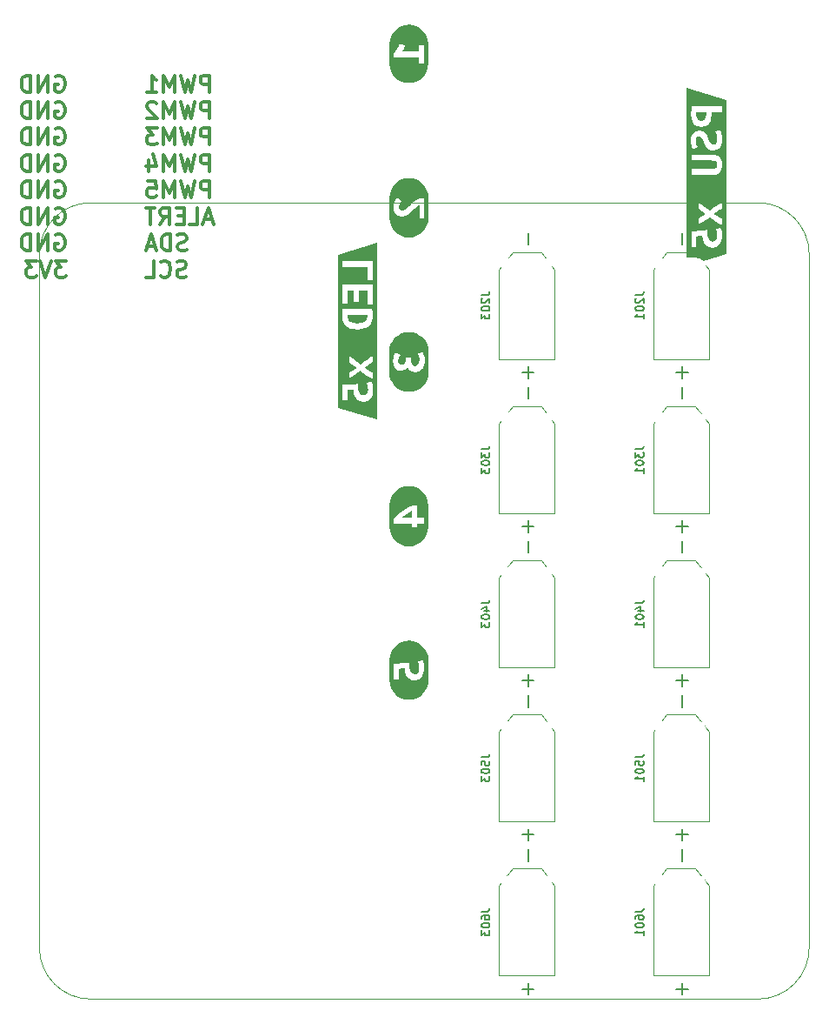
<source format=gbr>
G04 #@! TF.GenerationSoftware,KiCad,Pcbnew,6.0.10+dfsg-1~bpo11+1*
G04 #@! TF.ProjectId,pwr,7077722e-6b69-4636-9164-5f7063625858,rev?*
G04 #@! TF.SameCoordinates,Original*
G04 #@! TF.FileFunction,Legend,Bot*
G04 #@! TF.FilePolarity,Positive*
%FSLAX46Y46*%
G04 Gerber Fmt 4.6, Leading zero omitted, Abs format (unit mm)*
%MOMM*%
%LPD*%
G01*
G04 APERTURE LIST*
G04 #@! TA.AperFunction,Profile*
%ADD10C,0.100000*%
G04 #@! TD*
%ADD11C,0.300000*%
%ADD12C,0.150000*%
%ADD13C,0.120000*%
%ADD14C,0.700000*%
%ADD15C,0.800000*%
%ADD16C,6.400000*%
%ADD17C,3.000000*%
%ADD18C,1.700000*%
G04 APERTURE END LIST*
D10*
X184000000Y-60000000D02*
G75*
G03*
X179000000Y-55000000I-5000000J0D01*
G01*
X179000000Y-132500000D02*
G75*
G03*
X184000000Y-127500000I0J5000000D01*
G01*
X109000000Y-127500000D02*
X109000000Y-60000000D01*
X179000000Y-132500000D02*
X114000000Y-132500000D01*
X114000000Y-55000000D02*
G75*
G03*
X109000000Y-60000000I0J-5000000D01*
G01*
X184000000Y-60000000D02*
X184000000Y-127500000D01*
X109000000Y-127500000D02*
G75*
G03*
X114000000Y-132500000I5000000J0D01*
G01*
X114000000Y-55000000D02*
X179000000Y-55000000D01*
D11*
X110585952Y-42684000D02*
X110738333Y-42607809D01*
X110966904Y-42607809D01*
X111195476Y-42684000D01*
X111347857Y-42836380D01*
X111424047Y-42988761D01*
X111500238Y-43293523D01*
X111500238Y-43522095D01*
X111424047Y-43826857D01*
X111347857Y-43979238D01*
X111195476Y-44131619D01*
X110966904Y-44207809D01*
X110814523Y-44207809D01*
X110585952Y-44131619D01*
X110509761Y-44055428D01*
X110509761Y-43522095D01*
X110814523Y-43522095D01*
X109824047Y-44207809D02*
X109824047Y-42607809D01*
X108909761Y-44207809D01*
X108909761Y-42607809D01*
X108147857Y-44207809D02*
X108147857Y-42607809D01*
X107766904Y-42607809D01*
X107538333Y-42684000D01*
X107385952Y-42836380D01*
X107309761Y-42988761D01*
X107233571Y-43293523D01*
X107233571Y-43522095D01*
X107309761Y-43826857D01*
X107385952Y-43979238D01*
X107538333Y-44131619D01*
X107766904Y-44207809D01*
X108147857Y-44207809D01*
X110585952Y-45260000D02*
X110738333Y-45183809D01*
X110966904Y-45183809D01*
X111195476Y-45260000D01*
X111347857Y-45412380D01*
X111424047Y-45564761D01*
X111500238Y-45869523D01*
X111500238Y-46098095D01*
X111424047Y-46402857D01*
X111347857Y-46555238D01*
X111195476Y-46707619D01*
X110966904Y-46783809D01*
X110814523Y-46783809D01*
X110585952Y-46707619D01*
X110509761Y-46631428D01*
X110509761Y-46098095D01*
X110814523Y-46098095D01*
X109824047Y-46783809D02*
X109824047Y-45183809D01*
X108909761Y-46783809D01*
X108909761Y-45183809D01*
X108147857Y-46783809D02*
X108147857Y-45183809D01*
X107766904Y-45183809D01*
X107538333Y-45260000D01*
X107385952Y-45412380D01*
X107309761Y-45564761D01*
X107233571Y-45869523D01*
X107233571Y-46098095D01*
X107309761Y-46402857D01*
X107385952Y-46555238D01*
X107538333Y-46707619D01*
X107766904Y-46783809D01*
X108147857Y-46783809D01*
X110585952Y-47836000D02*
X110738333Y-47759809D01*
X110966904Y-47759809D01*
X111195476Y-47836000D01*
X111347857Y-47988380D01*
X111424047Y-48140761D01*
X111500238Y-48445523D01*
X111500238Y-48674095D01*
X111424047Y-48978857D01*
X111347857Y-49131238D01*
X111195476Y-49283619D01*
X110966904Y-49359809D01*
X110814523Y-49359809D01*
X110585952Y-49283619D01*
X110509761Y-49207428D01*
X110509761Y-48674095D01*
X110814523Y-48674095D01*
X109824047Y-49359809D02*
X109824047Y-47759809D01*
X108909761Y-49359809D01*
X108909761Y-47759809D01*
X108147857Y-49359809D02*
X108147857Y-47759809D01*
X107766904Y-47759809D01*
X107538333Y-47836000D01*
X107385952Y-47988380D01*
X107309761Y-48140761D01*
X107233571Y-48445523D01*
X107233571Y-48674095D01*
X107309761Y-48978857D01*
X107385952Y-49131238D01*
X107538333Y-49283619D01*
X107766904Y-49359809D01*
X108147857Y-49359809D01*
X110585952Y-50412000D02*
X110738333Y-50335809D01*
X110966904Y-50335809D01*
X111195476Y-50412000D01*
X111347857Y-50564380D01*
X111424047Y-50716761D01*
X111500238Y-51021523D01*
X111500238Y-51250095D01*
X111424047Y-51554857D01*
X111347857Y-51707238D01*
X111195476Y-51859619D01*
X110966904Y-51935809D01*
X110814523Y-51935809D01*
X110585952Y-51859619D01*
X110509761Y-51783428D01*
X110509761Y-51250095D01*
X110814523Y-51250095D01*
X109824047Y-51935809D02*
X109824047Y-50335809D01*
X108909761Y-51935809D01*
X108909761Y-50335809D01*
X108147857Y-51935809D02*
X108147857Y-50335809D01*
X107766904Y-50335809D01*
X107538333Y-50412000D01*
X107385952Y-50564380D01*
X107309761Y-50716761D01*
X107233571Y-51021523D01*
X107233571Y-51250095D01*
X107309761Y-51554857D01*
X107385952Y-51707238D01*
X107538333Y-51859619D01*
X107766904Y-51935809D01*
X108147857Y-51935809D01*
X110585952Y-52988000D02*
X110738333Y-52911809D01*
X110966904Y-52911809D01*
X111195476Y-52988000D01*
X111347857Y-53140380D01*
X111424047Y-53292761D01*
X111500238Y-53597523D01*
X111500238Y-53826095D01*
X111424047Y-54130857D01*
X111347857Y-54283238D01*
X111195476Y-54435619D01*
X110966904Y-54511809D01*
X110814523Y-54511809D01*
X110585952Y-54435619D01*
X110509761Y-54359428D01*
X110509761Y-53826095D01*
X110814523Y-53826095D01*
X109824047Y-54511809D02*
X109824047Y-52911809D01*
X108909761Y-54511809D01*
X108909761Y-52911809D01*
X108147857Y-54511809D02*
X108147857Y-52911809D01*
X107766904Y-52911809D01*
X107538333Y-52988000D01*
X107385952Y-53140380D01*
X107309761Y-53292761D01*
X107233571Y-53597523D01*
X107233571Y-53826095D01*
X107309761Y-54130857D01*
X107385952Y-54283238D01*
X107538333Y-54435619D01*
X107766904Y-54511809D01*
X108147857Y-54511809D01*
X110585952Y-55564000D02*
X110738333Y-55487809D01*
X110966904Y-55487809D01*
X111195476Y-55564000D01*
X111347857Y-55716380D01*
X111424047Y-55868761D01*
X111500238Y-56173523D01*
X111500238Y-56402095D01*
X111424047Y-56706857D01*
X111347857Y-56859238D01*
X111195476Y-57011619D01*
X110966904Y-57087809D01*
X110814523Y-57087809D01*
X110585952Y-57011619D01*
X110509761Y-56935428D01*
X110509761Y-56402095D01*
X110814523Y-56402095D01*
X109824047Y-57087809D02*
X109824047Y-55487809D01*
X108909761Y-57087809D01*
X108909761Y-55487809D01*
X108147857Y-57087809D02*
X108147857Y-55487809D01*
X107766904Y-55487809D01*
X107538333Y-55564000D01*
X107385952Y-55716380D01*
X107309761Y-55868761D01*
X107233571Y-56173523D01*
X107233571Y-56402095D01*
X107309761Y-56706857D01*
X107385952Y-56859238D01*
X107538333Y-57011619D01*
X107766904Y-57087809D01*
X108147857Y-57087809D01*
X110585952Y-58140000D02*
X110738333Y-58063809D01*
X110966904Y-58063809D01*
X111195476Y-58140000D01*
X111347857Y-58292380D01*
X111424047Y-58444761D01*
X111500238Y-58749523D01*
X111500238Y-58978095D01*
X111424047Y-59282857D01*
X111347857Y-59435238D01*
X111195476Y-59587619D01*
X110966904Y-59663809D01*
X110814523Y-59663809D01*
X110585952Y-59587619D01*
X110509761Y-59511428D01*
X110509761Y-58978095D01*
X110814523Y-58978095D01*
X109824047Y-59663809D02*
X109824047Y-58063809D01*
X108909761Y-59663809D01*
X108909761Y-58063809D01*
X108147857Y-59663809D02*
X108147857Y-58063809D01*
X107766904Y-58063809D01*
X107538333Y-58140000D01*
X107385952Y-58292380D01*
X107309761Y-58444761D01*
X107233571Y-58749523D01*
X107233571Y-58978095D01*
X107309761Y-59282857D01*
X107385952Y-59435238D01*
X107538333Y-59587619D01*
X107766904Y-59663809D01*
X108147857Y-59663809D01*
X111576428Y-60639809D02*
X110585952Y-60639809D01*
X111119285Y-61249333D01*
X110890714Y-61249333D01*
X110738333Y-61325523D01*
X110662142Y-61401714D01*
X110585952Y-61554095D01*
X110585952Y-61935047D01*
X110662142Y-62087428D01*
X110738333Y-62163619D01*
X110890714Y-62239809D01*
X111347857Y-62239809D01*
X111500238Y-62163619D01*
X111576428Y-62087428D01*
X110128809Y-60639809D02*
X109595476Y-62239809D01*
X109062142Y-60639809D01*
X108681190Y-60639809D02*
X107690714Y-60639809D01*
X108224047Y-61249333D01*
X107995476Y-61249333D01*
X107843095Y-61325523D01*
X107766904Y-61401714D01*
X107690714Y-61554095D01*
X107690714Y-61935047D01*
X107766904Y-62087428D01*
X107843095Y-62163619D01*
X107995476Y-62239809D01*
X108452619Y-62239809D01*
X108605000Y-62163619D01*
X108681190Y-62087428D01*
X125595000Y-44207809D02*
X125595000Y-42607809D01*
X124985476Y-42607809D01*
X124833095Y-42684000D01*
X124756904Y-42760190D01*
X124680714Y-42912571D01*
X124680714Y-43141142D01*
X124756904Y-43293523D01*
X124833095Y-43369714D01*
X124985476Y-43445904D01*
X125595000Y-43445904D01*
X124147380Y-42607809D02*
X123766428Y-44207809D01*
X123461666Y-43064952D01*
X123156904Y-44207809D01*
X122775952Y-42607809D01*
X122166428Y-44207809D02*
X122166428Y-42607809D01*
X121633095Y-43750666D01*
X121099761Y-42607809D01*
X121099761Y-44207809D01*
X119499761Y-44207809D02*
X120414047Y-44207809D01*
X119956904Y-44207809D02*
X119956904Y-42607809D01*
X120109285Y-42836380D01*
X120261666Y-42988761D01*
X120414047Y-43064952D01*
X125595000Y-46783809D02*
X125595000Y-45183809D01*
X124985476Y-45183809D01*
X124833095Y-45260000D01*
X124756904Y-45336190D01*
X124680714Y-45488571D01*
X124680714Y-45717142D01*
X124756904Y-45869523D01*
X124833095Y-45945714D01*
X124985476Y-46021904D01*
X125595000Y-46021904D01*
X124147380Y-45183809D02*
X123766428Y-46783809D01*
X123461666Y-45640952D01*
X123156904Y-46783809D01*
X122775952Y-45183809D01*
X122166428Y-46783809D02*
X122166428Y-45183809D01*
X121633095Y-46326666D01*
X121099761Y-45183809D01*
X121099761Y-46783809D01*
X120414047Y-45336190D02*
X120337857Y-45260000D01*
X120185476Y-45183809D01*
X119804523Y-45183809D01*
X119652142Y-45260000D01*
X119575952Y-45336190D01*
X119499761Y-45488571D01*
X119499761Y-45640952D01*
X119575952Y-45869523D01*
X120490238Y-46783809D01*
X119499761Y-46783809D01*
X125595000Y-49359809D02*
X125595000Y-47759809D01*
X124985476Y-47759809D01*
X124833095Y-47836000D01*
X124756904Y-47912190D01*
X124680714Y-48064571D01*
X124680714Y-48293142D01*
X124756904Y-48445523D01*
X124833095Y-48521714D01*
X124985476Y-48597904D01*
X125595000Y-48597904D01*
X124147380Y-47759809D02*
X123766428Y-49359809D01*
X123461666Y-48216952D01*
X123156904Y-49359809D01*
X122775952Y-47759809D01*
X122166428Y-49359809D02*
X122166428Y-47759809D01*
X121633095Y-48902666D01*
X121099761Y-47759809D01*
X121099761Y-49359809D01*
X120490238Y-47759809D02*
X119499761Y-47759809D01*
X120033095Y-48369333D01*
X119804523Y-48369333D01*
X119652142Y-48445523D01*
X119575952Y-48521714D01*
X119499761Y-48674095D01*
X119499761Y-49055047D01*
X119575952Y-49207428D01*
X119652142Y-49283619D01*
X119804523Y-49359809D01*
X120261666Y-49359809D01*
X120414047Y-49283619D01*
X120490238Y-49207428D01*
X125595000Y-51935809D02*
X125595000Y-50335809D01*
X124985476Y-50335809D01*
X124833095Y-50412000D01*
X124756904Y-50488190D01*
X124680714Y-50640571D01*
X124680714Y-50869142D01*
X124756904Y-51021523D01*
X124833095Y-51097714D01*
X124985476Y-51173904D01*
X125595000Y-51173904D01*
X124147380Y-50335809D02*
X123766428Y-51935809D01*
X123461666Y-50792952D01*
X123156904Y-51935809D01*
X122775952Y-50335809D01*
X122166428Y-51935809D02*
X122166428Y-50335809D01*
X121633095Y-51478666D01*
X121099761Y-50335809D01*
X121099761Y-51935809D01*
X119652142Y-50869142D02*
X119652142Y-51935809D01*
X120033095Y-50259619D02*
X120414047Y-51402476D01*
X119423571Y-51402476D01*
X125595000Y-54511809D02*
X125595000Y-52911809D01*
X124985476Y-52911809D01*
X124833095Y-52988000D01*
X124756904Y-53064190D01*
X124680714Y-53216571D01*
X124680714Y-53445142D01*
X124756904Y-53597523D01*
X124833095Y-53673714D01*
X124985476Y-53749904D01*
X125595000Y-53749904D01*
X124147380Y-52911809D02*
X123766428Y-54511809D01*
X123461666Y-53368952D01*
X123156904Y-54511809D01*
X122775952Y-52911809D01*
X122166428Y-54511809D02*
X122166428Y-52911809D01*
X121633095Y-54054666D01*
X121099761Y-52911809D01*
X121099761Y-54511809D01*
X119575952Y-52911809D02*
X120337857Y-52911809D01*
X120414047Y-53673714D01*
X120337857Y-53597523D01*
X120185476Y-53521333D01*
X119804523Y-53521333D01*
X119652142Y-53597523D01*
X119575952Y-53673714D01*
X119499761Y-53826095D01*
X119499761Y-54207047D01*
X119575952Y-54359428D01*
X119652142Y-54435619D01*
X119804523Y-54511809D01*
X120185476Y-54511809D01*
X120337857Y-54435619D01*
X120414047Y-54359428D01*
X125823571Y-56630666D02*
X125061666Y-56630666D01*
X125975952Y-57087809D02*
X125442619Y-55487809D01*
X124909285Y-57087809D01*
X123614047Y-57087809D02*
X124375952Y-57087809D01*
X124375952Y-55487809D01*
X123080714Y-56249714D02*
X122547380Y-56249714D01*
X122318809Y-57087809D02*
X123080714Y-57087809D01*
X123080714Y-55487809D01*
X122318809Y-55487809D01*
X120718809Y-57087809D02*
X121252142Y-56325904D01*
X121633095Y-57087809D02*
X121633095Y-55487809D01*
X121023571Y-55487809D01*
X120871190Y-55564000D01*
X120795000Y-55640190D01*
X120718809Y-55792571D01*
X120718809Y-56021142D01*
X120795000Y-56173523D01*
X120871190Y-56249714D01*
X121023571Y-56325904D01*
X121633095Y-56325904D01*
X120261666Y-55487809D02*
X119347380Y-55487809D01*
X119804523Y-57087809D02*
X119804523Y-55487809D01*
X123385476Y-59587619D02*
X123156904Y-59663809D01*
X122775952Y-59663809D01*
X122623571Y-59587619D01*
X122547380Y-59511428D01*
X122471190Y-59359047D01*
X122471190Y-59206666D01*
X122547380Y-59054285D01*
X122623571Y-58978095D01*
X122775952Y-58901904D01*
X123080714Y-58825714D01*
X123233095Y-58749523D01*
X123309285Y-58673333D01*
X123385476Y-58520952D01*
X123385476Y-58368571D01*
X123309285Y-58216190D01*
X123233095Y-58140000D01*
X123080714Y-58063809D01*
X122699761Y-58063809D01*
X122471190Y-58140000D01*
X121785476Y-59663809D02*
X121785476Y-58063809D01*
X121404523Y-58063809D01*
X121175952Y-58140000D01*
X121023571Y-58292380D01*
X120947380Y-58444761D01*
X120871190Y-58749523D01*
X120871190Y-58978095D01*
X120947380Y-59282857D01*
X121023571Y-59435238D01*
X121175952Y-59587619D01*
X121404523Y-59663809D01*
X121785476Y-59663809D01*
X120261666Y-59206666D02*
X119499761Y-59206666D01*
X120414047Y-59663809D02*
X119880714Y-58063809D01*
X119347380Y-59663809D01*
X123309285Y-62163619D02*
X123080714Y-62239809D01*
X122699761Y-62239809D01*
X122547380Y-62163619D01*
X122471190Y-62087428D01*
X122395000Y-61935047D01*
X122395000Y-61782666D01*
X122471190Y-61630285D01*
X122547380Y-61554095D01*
X122699761Y-61477904D01*
X123004523Y-61401714D01*
X123156904Y-61325523D01*
X123233095Y-61249333D01*
X123309285Y-61096952D01*
X123309285Y-60944571D01*
X123233095Y-60792190D01*
X123156904Y-60716000D01*
X123004523Y-60639809D01*
X122623571Y-60639809D01*
X122395000Y-60716000D01*
X120795000Y-62087428D02*
X120871190Y-62163619D01*
X121099761Y-62239809D01*
X121252142Y-62239809D01*
X121480714Y-62163619D01*
X121633095Y-62011238D01*
X121709285Y-61858857D01*
X121785476Y-61554095D01*
X121785476Y-61325523D01*
X121709285Y-61020761D01*
X121633095Y-60868380D01*
X121480714Y-60716000D01*
X121252142Y-60639809D01*
X121099761Y-60639809D01*
X120871190Y-60716000D01*
X120795000Y-60792190D01*
X119347380Y-62239809D02*
X120109285Y-62239809D01*
X120109285Y-60639809D01*
D12*
X152061904Y-108971427D02*
X152633333Y-108971427D01*
X152747619Y-108933332D01*
X152823809Y-108857141D01*
X152861904Y-108742856D01*
X152861904Y-108666665D01*
X152061904Y-109733332D02*
X152061904Y-109352379D01*
X152442857Y-109314284D01*
X152404761Y-109352379D01*
X152366666Y-109428570D01*
X152366666Y-109619046D01*
X152404761Y-109695237D01*
X152442857Y-109733332D01*
X152519047Y-109771427D01*
X152709523Y-109771427D01*
X152785714Y-109733332D01*
X152823809Y-109695237D01*
X152861904Y-109619046D01*
X152861904Y-109428570D01*
X152823809Y-109352379D01*
X152785714Y-109314284D01*
X152061904Y-110266665D02*
X152061904Y-110342856D01*
X152100000Y-110419046D01*
X152138095Y-110457141D01*
X152214285Y-110495237D01*
X152366666Y-110533332D01*
X152557142Y-110533332D01*
X152709523Y-110495237D01*
X152785714Y-110457141D01*
X152823809Y-110419046D01*
X152861904Y-110342856D01*
X152861904Y-110266665D01*
X152823809Y-110190475D01*
X152785714Y-110152379D01*
X152709523Y-110114284D01*
X152557142Y-110076189D01*
X152366666Y-110076189D01*
X152214285Y-110114284D01*
X152138095Y-110152379D01*
X152100000Y-110190475D01*
X152061904Y-110266665D01*
X152061904Y-110799999D02*
X152061904Y-111295237D01*
X152366666Y-111028570D01*
X152366666Y-111142856D01*
X152404761Y-111219046D01*
X152442857Y-111257141D01*
X152519047Y-111295237D01*
X152709523Y-111295237D01*
X152785714Y-111257141D01*
X152823809Y-111219046D01*
X152861904Y-111142856D01*
X152861904Y-110914284D01*
X152823809Y-110838094D01*
X152785714Y-110799999D01*
X156607142Y-102928571D02*
X156607142Y-104071428D01*
X156607142Y-115928571D02*
X156607142Y-117071428D01*
X157178571Y-116500000D02*
X156035714Y-116500000D01*
X167061904Y-63971427D02*
X167633333Y-63971427D01*
X167747619Y-63933332D01*
X167823809Y-63857141D01*
X167861904Y-63742856D01*
X167861904Y-63666665D01*
X167138095Y-64314284D02*
X167100000Y-64352379D01*
X167061904Y-64428570D01*
X167061904Y-64619046D01*
X167100000Y-64695237D01*
X167138095Y-64733332D01*
X167214285Y-64771427D01*
X167290476Y-64771427D01*
X167404761Y-64733332D01*
X167861904Y-64276189D01*
X167861904Y-64771427D01*
X167061904Y-65266665D02*
X167061904Y-65342856D01*
X167100000Y-65419046D01*
X167138095Y-65457141D01*
X167214285Y-65495237D01*
X167366666Y-65533332D01*
X167557142Y-65533332D01*
X167709523Y-65495237D01*
X167785714Y-65457141D01*
X167823809Y-65419046D01*
X167861904Y-65342856D01*
X167861904Y-65266665D01*
X167823809Y-65190475D01*
X167785714Y-65152379D01*
X167709523Y-65114284D01*
X167557142Y-65076189D01*
X167366666Y-65076189D01*
X167214285Y-65114284D01*
X167138095Y-65152379D01*
X167100000Y-65190475D01*
X167061904Y-65266665D01*
X167861904Y-66295237D02*
X167861904Y-65838094D01*
X167861904Y-66066665D02*
X167061904Y-66066665D01*
X167176190Y-65990475D01*
X167252380Y-65914284D01*
X167290476Y-65838094D01*
X171607142Y-70928571D02*
X171607142Y-72071428D01*
X172178571Y-71500000D02*
X171035714Y-71500000D01*
X171607142Y-57928571D02*
X171607142Y-59071428D01*
X152061904Y-78971427D02*
X152633333Y-78971427D01*
X152747619Y-78933332D01*
X152823809Y-78857141D01*
X152861904Y-78742856D01*
X152861904Y-78666665D01*
X152061904Y-79276189D02*
X152061904Y-79771427D01*
X152366666Y-79504760D01*
X152366666Y-79619046D01*
X152404761Y-79695237D01*
X152442857Y-79733332D01*
X152519047Y-79771427D01*
X152709523Y-79771427D01*
X152785714Y-79733332D01*
X152823809Y-79695237D01*
X152861904Y-79619046D01*
X152861904Y-79390475D01*
X152823809Y-79314284D01*
X152785714Y-79276189D01*
X152061904Y-80266665D02*
X152061904Y-80342856D01*
X152100000Y-80419046D01*
X152138095Y-80457141D01*
X152214285Y-80495237D01*
X152366666Y-80533332D01*
X152557142Y-80533332D01*
X152709523Y-80495237D01*
X152785714Y-80457141D01*
X152823809Y-80419046D01*
X152861904Y-80342856D01*
X152861904Y-80266665D01*
X152823809Y-80190475D01*
X152785714Y-80152379D01*
X152709523Y-80114284D01*
X152557142Y-80076189D01*
X152366666Y-80076189D01*
X152214285Y-80114284D01*
X152138095Y-80152379D01*
X152100000Y-80190475D01*
X152061904Y-80266665D01*
X152061904Y-80799999D02*
X152061904Y-81295237D01*
X152366666Y-81028570D01*
X152366666Y-81142856D01*
X152404761Y-81219046D01*
X152442857Y-81257141D01*
X152519047Y-81295237D01*
X152709523Y-81295237D01*
X152785714Y-81257141D01*
X152823809Y-81219046D01*
X152861904Y-81142856D01*
X152861904Y-80914284D01*
X152823809Y-80838094D01*
X152785714Y-80799999D01*
X156607142Y-72928571D02*
X156607142Y-74071428D01*
X156607142Y-85928571D02*
X156607142Y-87071428D01*
X157178571Y-86500000D02*
X156035714Y-86500000D01*
X152061904Y-63971427D02*
X152633333Y-63971427D01*
X152747619Y-63933332D01*
X152823809Y-63857141D01*
X152861904Y-63742856D01*
X152861904Y-63666665D01*
X152138095Y-64314284D02*
X152100000Y-64352379D01*
X152061904Y-64428570D01*
X152061904Y-64619046D01*
X152100000Y-64695237D01*
X152138095Y-64733332D01*
X152214285Y-64771427D01*
X152290476Y-64771427D01*
X152404761Y-64733332D01*
X152861904Y-64276189D01*
X152861904Y-64771427D01*
X152061904Y-65266665D02*
X152061904Y-65342856D01*
X152100000Y-65419046D01*
X152138095Y-65457141D01*
X152214285Y-65495237D01*
X152366666Y-65533332D01*
X152557142Y-65533332D01*
X152709523Y-65495237D01*
X152785714Y-65457141D01*
X152823809Y-65419046D01*
X152861904Y-65342856D01*
X152861904Y-65266665D01*
X152823809Y-65190475D01*
X152785714Y-65152379D01*
X152709523Y-65114284D01*
X152557142Y-65076189D01*
X152366666Y-65076189D01*
X152214285Y-65114284D01*
X152138095Y-65152379D01*
X152100000Y-65190475D01*
X152061904Y-65266665D01*
X152061904Y-65799999D02*
X152061904Y-66295237D01*
X152366666Y-66028570D01*
X152366666Y-66142856D01*
X152404761Y-66219046D01*
X152442857Y-66257141D01*
X152519047Y-66295237D01*
X152709523Y-66295237D01*
X152785714Y-66257141D01*
X152823809Y-66219046D01*
X152861904Y-66142856D01*
X152861904Y-65914284D01*
X152823809Y-65838094D01*
X152785714Y-65799999D01*
X156607142Y-70928571D02*
X156607142Y-72071428D01*
X157178571Y-71500000D02*
X156035714Y-71500000D01*
X156607142Y-57928571D02*
X156607142Y-59071428D01*
X167061904Y-108971427D02*
X167633333Y-108971427D01*
X167747619Y-108933332D01*
X167823809Y-108857141D01*
X167861904Y-108742856D01*
X167861904Y-108666665D01*
X167061904Y-109733332D02*
X167061904Y-109352379D01*
X167442857Y-109314284D01*
X167404761Y-109352379D01*
X167366666Y-109428570D01*
X167366666Y-109619046D01*
X167404761Y-109695237D01*
X167442857Y-109733332D01*
X167519047Y-109771427D01*
X167709523Y-109771427D01*
X167785714Y-109733332D01*
X167823809Y-109695237D01*
X167861904Y-109619046D01*
X167861904Y-109428570D01*
X167823809Y-109352379D01*
X167785714Y-109314284D01*
X167061904Y-110266665D02*
X167061904Y-110342856D01*
X167100000Y-110419046D01*
X167138095Y-110457141D01*
X167214285Y-110495237D01*
X167366666Y-110533332D01*
X167557142Y-110533332D01*
X167709523Y-110495237D01*
X167785714Y-110457141D01*
X167823809Y-110419046D01*
X167861904Y-110342856D01*
X167861904Y-110266665D01*
X167823809Y-110190475D01*
X167785714Y-110152379D01*
X167709523Y-110114284D01*
X167557142Y-110076189D01*
X167366666Y-110076189D01*
X167214285Y-110114284D01*
X167138095Y-110152379D01*
X167100000Y-110190475D01*
X167061904Y-110266665D01*
X167861904Y-111295237D02*
X167861904Y-110838094D01*
X167861904Y-111066665D02*
X167061904Y-111066665D01*
X167176190Y-110990475D01*
X167252380Y-110914284D01*
X167290476Y-110838094D01*
X171607142Y-115928571D02*
X171607142Y-117071428D01*
X172178571Y-116500000D02*
X171035714Y-116500000D01*
X171607142Y-102928571D02*
X171607142Y-104071428D01*
X167061904Y-123971427D02*
X167633333Y-123971427D01*
X167747619Y-123933332D01*
X167823809Y-123857141D01*
X167861904Y-123742856D01*
X167861904Y-123666665D01*
X167061904Y-124695237D02*
X167061904Y-124542856D01*
X167100000Y-124466665D01*
X167138095Y-124428570D01*
X167252380Y-124352379D01*
X167404761Y-124314284D01*
X167709523Y-124314284D01*
X167785714Y-124352379D01*
X167823809Y-124390475D01*
X167861904Y-124466665D01*
X167861904Y-124619046D01*
X167823809Y-124695237D01*
X167785714Y-124733332D01*
X167709523Y-124771427D01*
X167519047Y-124771427D01*
X167442857Y-124733332D01*
X167404761Y-124695237D01*
X167366666Y-124619046D01*
X167366666Y-124466665D01*
X167404761Y-124390475D01*
X167442857Y-124352379D01*
X167519047Y-124314284D01*
X167061904Y-125266665D02*
X167061904Y-125342856D01*
X167100000Y-125419046D01*
X167138095Y-125457141D01*
X167214285Y-125495237D01*
X167366666Y-125533332D01*
X167557142Y-125533332D01*
X167709523Y-125495237D01*
X167785714Y-125457141D01*
X167823809Y-125419046D01*
X167861904Y-125342856D01*
X167861904Y-125266665D01*
X167823809Y-125190475D01*
X167785714Y-125152379D01*
X167709523Y-125114284D01*
X167557142Y-125076189D01*
X167366666Y-125076189D01*
X167214285Y-125114284D01*
X167138095Y-125152379D01*
X167100000Y-125190475D01*
X167061904Y-125266665D01*
X167861904Y-126295237D02*
X167861904Y-125838094D01*
X167861904Y-126066665D02*
X167061904Y-126066665D01*
X167176190Y-125990475D01*
X167252380Y-125914284D01*
X167290476Y-125838094D01*
X171607142Y-117928571D02*
X171607142Y-119071428D01*
X171607142Y-130928571D02*
X171607142Y-132071428D01*
X172178571Y-131500000D02*
X171035714Y-131500000D01*
X152061904Y-123971427D02*
X152633333Y-123971427D01*
X152747619Y-123933332D01*
X152823809Y-123857141D01*
X152861904Y-123742856D01*
X152861904Y-123666665D01*
X152061904Y-124695237D02*
X152061904Y-124542856D01*
X152100000Y-124466665D01*
X152138095Y-124428570D01*
X152252380Y-124352379D01*
X152404761Y-124314284D01*
X152709523Y-124314284D01*
X152785714Y-124352379D01*
X152823809Y-124390475D01*
X152861904Y-124466665D01*
X152861904Y-124619046D01*
X152823809Y-124695237D01*
X152785714Y-124733332D01*
X152709523Y-124771427D01*
X152519047Y-124771427D01*
X152442857Y-124733332D01*
X152404761Y-124695237D01*
X152366666Y-124619046D01*
X152366666Y-124466665D01*
X152404761Y-124390475D01*
X152442857Y-124352379D01*
X152519047Y-124314284D01*
X152061904Y-125266665D02*
X152061904Y-125342856D01*
X152100000Y-125419046D01*
X152138095Y-125457141D01*
X152214285Y-125495237D01*
X152366666Y-125533332D01*
X152557142Y-125533332D01*
X152709523Y-125495237D01*
X152785714Y-125457141D01*
X152823809Y-125419046D01*
X152861904Y-125342856D01*
X152861904Y-125266665D01*
X152823809Y-125190475D01*
X152785714Y-125152379D01*
X152709523Y-125114284D01*
X152557142Y-125076189D01*
X152366666Y-125076189D01*
X152214285Y-125114284D01*
X152138095Y-125152379D01*
X152100000Y-125190475D01*
X152061904Y-125266665D01*
X152061904Y-125799999D02*
X152061904Y-126295237D01*
X152366666Y-126028570D01*
X152366666Y-126142856D01*
X152404761Y-126219046D01*
X152442857Y-126257141D01*
X152519047Y-126295237D01*
X152709523Y-126295237D01*
X152785714Y-126257141D01*
X152823809Y-126219046D01*
X152861904Y-126142856D01*
X152861904Y-125914284D01*
X152823809Y-125838094D01*
X152785714Y-125799999D01*
X156607142Y-117928571D02*
X156607142Y-119071428D01*
X156607142Y-130928571D02*
X156607142Y-132071428D01*
X157178571Y-131500000D02*
X156035714Y-131500000D01*
X167061904Y-93971427D02*
X167633333Y-93971427D01*
X167747619Y-93933332D01*
X167823809Y-93857141D01*
X167861904Y-93742856D01*
X167861904Y-93666665D01*
X167328571Y-94695237D02*
X167861904Y-94695237D01*
X167023809Y-94504760D02*
X167595238Y-94314284D01*
X167595238Y-94809522D01*
X167061904Y-95266665D02*
X167061904Y-95342856D01*
X167100000Y-95419046D01*
X167138095Y-95457141D01*
X167214285Y-95495237D01*
X167366666Y-95533332D01*
X167557142Y-95533332D01*
X167709523Y-95495237D01*
X167785714Y-95457141D01*
X167823809Y-95419046D01*
X167861904Y-95342856D01*
X167861904Y-95266665D01*
X167823809Y-95190475D01*
X167785714Y-95152379D01*
X167709523Y-95114284D01*
X167557142Y-95076189D01*
X167366666Y-95076189D01*
X167214285Y-95114284D01*
X167138095Y-95152379D01*
X167100000Y-95190475D01*
X167061904Y-95266665D01*
X167861904Y-96295237D02*
X167861904Y-95838094D01*
X167861904Y-96066665D02*
X167061904Y-96066665D01*
X167176190Y-95990475D01*
X167252380Y-95914284D01*
X167290476Y-95838094D01*
X171607142Y-87928571D02*
X171607142Y-89071428D01*
X171607142Y-100928571D02*
X171607142Y-102071428D01*
X172178571Y-101500000D02*
X171035714Y-101500000D01*
X167061904Y-78971427D02*
X167633333Y-78971427D01*
X167747619Y-78933332D01*
X167823809Y-78857141D01*
X167861904Y-78742856D01*
X167861904Y-78666665D01*
X167061904Y-79276189D02*
X167061904Y-79771427D01*
X167366666Y-79504760D01*
X167366666Y-79619046D01*
X167404761Y-79695237D01*
X167442857Y-79733332D01*
X167519047Y-79771427D01*
X167709523Y-79771427D01*
X167785714Y-79733332D01*
X167823809Y-79695237D01*
X167861904Y-79619046D01*
X167861904Y-79390475D01*
X167823809Y-79314284D01*
X167785714Y-79276189D01*
X167061904Y-80266665D02*
X167061904Y-80342856D01*
X167100000Y-80419046D01*
X167138095Y-80457141D01*
X167214285Y-80495237D01*
X167366666Y-80533332D01*
X167557142Y-80533332D01*
X167709523Y-80495237D01*
X167785714Y-80457141D01*
X167823809Y-80419046D01*
X167861904Y-80342856D01*
X167861904Y-80266665D01*
X167823809Y-80190475D01*
X167785714Y-80152379D01*
X167709523Y-80114284D01*
X167557142Y-80076189D01*
X167366666Y-80076189D01*
X167214285Y-80114284D01*
X167138095Y-80152379D01*
X167100000Y-80190475D01*
X167061904Y-80266665D01*
X167861904Y-81295237D02*
X167861904Y-80838094D01*
X167861904Y-81066665D02*
X167061904Y-81066665D01*
X167176190Y-80990475D01*
X167252380Y-80914284D01*
X167290476Y-80838094D01*
X171607142Y-85928571D02*
X171607142Y-87071428D01*
X172178571Y-86500000D02*
X171035714Y-86500000D01*
X171607142Y-72928571D02*
X171607142Y-74071428D01*
X152061904Y-93971427D02*
X152633333Y-93971427D01*
X152747619Y-93933332D01*
X152823809Y-93857141D01*
X152861904Y-93742856D01*
X152861904Y-93666665D01*
X152328571Y-94695237D02*
X152861904Y-94695237D01*
X152023809Y-94504760D02*
X152595238Y-94314284D01*
X152595238Y-94809522D01*
X152061904Y-95266665D02*
X152061904Y-95342856D01*
X152100000Y-95419046D01*
X152138095Y-95457141D01*
X152214285Y-95495237D01*
X152366666Y-95533332D01*
X152557142Y-95533332D01*
X152709523Y-95495237D01*
X152785714Y-95457141D01*
X152823809Y-95419046D01*
X152861904Y-95342856D01*
X152861904Y-95266665D01*
X152823809Y-95190475D01*
X152785714Y-95152379D01*
X152709523Y-95114284D01*
X152557142Y-95076189D01*
X152366666Y-95076189D01*
X152214285Y-95114284D01*
X152138095Y-95152379D01*
X152100000Y-95190475D01*
X152061904Y-95266665D01*
X152061904Y-95799999D02*
X152061904Y-96295237D01*
X152366666Y-96028570D01*
X152366666Y-96142856D01*
X152404761Y-96219046D01*
X152442857Y-96257141D01*
X152519047Y-96295237D01*
X152709523Y-96295237D01*
X152785714Y-96257141D01*
X152823809Y-96219046D01*
X152861904Y-96142856D01*
X152861904Y-95914284D01*
X152823809Y-95838094D01*
X152785714Y-95799999D01*
X156607142Y-100928571D02*
X156607142Y-102071428D01*
X157178571Y-101500000D02*
X156035714Y-101500000D01*
X156607142Y-87928571D02*
X156607142Y-89071428D01*
G36*
X146834921Y-86932185D02*
G01*
X146728457Y-87283147D01*
X146555570Y-87606596D01*
X146322904Y-87890101D01*
X146039399Y-88122767D01*
X145715950Y-88295654D01*
X145364988Y-88402117D01*
X145000000Y-88438066D01*
X144635012Y-88402117D01*
X144284050Y-88295654D01*
X143960601Y-88122767D01*
X143677096Y-87890101D01*
X143444430Y-87606596D01*
X143271543Y-87283147D01*
X143165079Y-86932185D01*
X143129131Y-86567197D01*
X143129131Y-86247713D01*
X143526006Y-86247713D01*
X145297656Y-86247713D01*
X145297656Y-86566800D01*
X145778669Y-86566800D01*
X145778669Y-86247713D01*
X146473994Y-86247713D01*
X146473994Y-85661925D01*
X145778669Y-85661925D01*
X145778669Y-84433200D01*
X145350044Y-84433200D01*
X145151805Y-84536784D01*
X144928563Y-84666563D01*
X144689842Y-84816581D01*
X144445169Y-84980888D01*
X144199305Y-85157100D01*
X143957012Y-85342838D01*
X143729008Y-85533338D01*
X143526006Y-85723838D01*
X143526006Y-86247713D01*
X143129131Y-86247713D01*
X143129131Y-84432803D01*
X143165079Y-84067815D01*
X143271543Y-83716853D01*
X143444429Y-83393404D01*
X143677096Y-83109899D01*
X143960601Y-82877233D01*
X144284050Y-82704346D01*
X144635012Y-82597883D01*
X145000000Y-82561934D01*
X145364988Y-82597883D01*
X145715950Y-82704346D01*
X146039399Y-82877233D01*
X146322904Y-83109899D01*
X146555571Y-83393404D01*
X146728457Y-83716853D01*
X146834921Y-84067815D01*
X146870869Y-84432803D01*
X146870869Y-86567197D01*
X146834921Y-86932185D01*
G37*
G36*
X145297656Y-85661925D02*
G01*
X144259431Y-85661925D01*
X144492794Y-85485713D01*
X144752350Y-85307119D01*
X145026194Y-85138050D01*
X145297656Y-84995175D01*
X145297656Y-85661925D01*
G37*
D13*
X155090000Y-104790000D02*
X153790000Y-106490000D01*
X159210000Y-106490000D02*
X159210000Y-115210000D01*
X153790000Y-106490000D02*
X153790000Y-115210000D01*
X153790000Y-115210000D02*
X159210000Y-115210000D01*
X155090000Y-104790000D02*
X157910000Y-104790000D01*
X157910000Y-104790000D02*
X159210000Y-106490000D01*
X168790000Y-70210000D02*
X174210000Y-70210000D01*
X168790000Y-61490000D02*
X168790000Y-70210000D01*
X170090000Y-59790000D02*
X172910000Y-59790000D01*
X170090000Y-59790000D02*
X168790000Y-61490000D01*
X174210000Y-61490000D02*
X174210000Y-70210000D01*
X172910000Y-59790000D02*
X174210000Y-61490000D01*
X153790000Y-76490000D02*
X153790000Y-85210000D01*
X155090000Y-74790000D02*
X157910000Y-74790000D01*
X155090000Y-74790000D02*
X153790000Y-76490000D01*
X153790000Y-85210000D02*
X159210000Y-85210000D01*
X157910000Y-74790000D02*
X159210000Y-76490000D01*
X159210000Y-76490000D02*
X159210000Y-85210000D01*
G36*
X146935162Y-71476709D02*
G01*
X146897979Y-71854241D01*
X146787857Y-72217264D01*
X146609029Y-72551828D01*
X146368367Y-72845076D01*
X146075119Y-73085738D01*
X145740555Y-73264566D01*
X145377531Y-73374688D01*
X145000000Y-73411872D01*
X144622469Y-73374688D01*
X144259445Y-73264566D01*
X143924881Y-73085738D01*
X143631633Y-72845076D01*
X143390971Y-72551828D01*
X143212143Y-72217264D01*
X143102021Y-71854241D01*
X143064838Y-71476709D01*
X143064838Y-70395225D01*
X143461713Y-70395225D01*
X143477191Y-70626802D01*
X143523625Y-70826231D01*
X143697456Y-71128650D01*
X143961775Y-71304863D01*
X144290388Y-71362013D01*
X144628525Y-71262000D01*
X144876175Y-70995300D01*
X144994047Y-71198302D01*
X145157163Y-71350106D01*
X145360759Y-71444761D01*
X145600075Y-71476313D01*
X145976313Y-71409638D01*
X146273969Y-71204850D01*
X146385888Y-71047688D01*
X146469231Y-70852425D01*
X146521023Y-70617872D01*
X146538288Y-70342838D01*
X146521619Y-70111856D01*
X146481138Y-69878494D01*
X146428750Y-69671325D01*
X146376363Y-69523688D01*
X145885825Y-69637988D01*
X145985837Y-69921356D01*
X146025128Y-70112452D01*
X146038225Y-70338075D01*
X146006078Y-70593464D01*
X145909637Y-70759556D01*
X145590550Y-70881000D01*
X145392311Y-70834566D01*
X145264319Y-70695263D01*
X145194667Y-70484522D01*
X145171450Y-70223775D01*
X145171450Y-70042800D01*
X144685675Y-70042800D01*
X144685675Y-70261875D01*
X144666625Y-70442850D01*
X144604713Y-70604775D01*
X144490413Y-70721456D01*
X144309438Y-70766700D01*
X144054644Y-70669069D01*
X143961775Y-70399988D01*
X144016544Y-70068994D01*
X144152275Y-69785625D01*
X143723650Y-69576075D01*
X143549819Y-69916594D01*
X143483739Y-70142217D01*
X143461713Y-70395225D01*
X143064838Y-70395225D01*
X143064838Y-69523291D01*
X143064837Y-69523291D01*
X143102021Y-69145759D01*
X143212143Y-68782736D01*
X143390971Y-68448172D01*
X143631633Y-68154924D01*
X143924881Y-67914262D01*
X144259445Y-67735434D01*
X144622469Y-67625312D01*
X145000000Y-67588128D01*
X145377531Y-67625312D01*
X145740555Y-67735434D01*
X146075119Y-67914262D01*
X146368367Y-68154924D01*
X146609029Y-68448172D01*
X146787857Y-68782736D01*
X146897979Y-69145759D01*
X146935163Y-69523291D01*
X146935163Y-71476709D01*
X146935162Y-71476709D01*
G37*
G36*
X140988219Y-65971238D02*
G01*
X140988219Y-66023625D01*
X140912019Y-66359381D01*
X140702469Y-66578456D01*
X140385763Y-66697519D01*
X140193477Y-66724308D01*
X139983331Y-66733238D01*
X139611856Y-66704663D01*
X139292769Y-66604650D01*
X139071313Y-66409388D01*
X138987969Y-66090300D01*
X138990350Y-66004575D01*
X139002256Y-65918850D01*
X140983456Y-65918850D01*
X140988219Y-65971238D01*
G37*
G36*
X138081506Y-74943788D02*
G01*
X138081506Y-74238938D01*
X138511719Y-74238938D01*
X138997494Y-74238938D01*
X138997494Y-73224525D01*
X139316581Y-73200713D01*
X139588044Y-73176900D01*
X139636727Y-73537263D01*
X139731977Y-73830950D01*
X139873794Y-74057963D01*
X140061119Y-74219358D01*
X140292894Y-74316196D01*
X140569119Y-74348475D01*
X140947738Y-74277038D01*
X141250156Y-74057963D01*
X141364456Y-73892466D01*
X141450181Y-73691250D01*
X141503759Y-73454316D01*
X141521619Y-73181663D01*
X141507331Y-72948300D01*
X141471613Y-72719700D01*
X141421606Y-72522056D01*
X141369219Y-72386325D01*
X140883444Y-72505388D01*
X140978694Y-72772088D01*
X141010841Y-72954253D01*
X141021556Y-73176900D01*
X140983456Y-73460269D01*
X140885825Y-73636481D01*
X140750094Y-73724588D01*
X140592931Y-73748400D01*
X140366713Y-73707919D01*
X140190500Y-73545994D01*
X140076200Y-73200713D01*
X140045839Y-72942347D01*
X140035719Y-72614925D01*
X139639836Y-72657788D01*
X139252288Y-72691125D01*
X138875455Y-72716128D01*
X138511719Y-72733988D01*
X138511719Y-74238938D01*
X138081506Y-74238938D01*
X138081506Y-72100575D01*
X139221331Y-72100575D01*
X140297656Y-71376675D01*
X140590550Y-71600513D01*
X140902494Y-71810063D01*
X141202531Y-71991038D01*
X141459706Y-72129150D01*
X141459706Y-71519550D01*
X141229916Y-71390963D01*
X141026319Y-71262375D01*
X140845344Y-71137359D01*
X140683419Y-71019488D01*
X140871538Y-70883756D01*
X141054894Y-70762313D01*
X141246584Y-70646822D01*
X141459706Y-70528950D01*
X141459706Y-69933638D01*
X141181100Y-70097944D01*
X140885825Y-70293206D01*
X140588169Y-70507519D01*
X140307181Y-70724213D01*
X139221331Y-69938400D01*
X139221331Y-70552763D01*
X139921419Y-71048063D01*
X139221331Y-71505263D01*
X139221331Y-72100575D01*
X138081506Y-72100575D01*
X138081506Y-66037913D01*
X138478381Y-66037913D01*
X138499813Y-66315923D01*
X138564106Y-66568931D01*
X138674239Y-66790983D01*
X138833188Y-66976125D01*
X139041547Y-67124358D01*
X139299913Y-67235681D01*
X139612452Y-67305333D01*
X139983331Y-67328550D01*
X140362545Y-67302952D01*
X140681038Y-67226156D01*
X140942380Y-67104117D01*
X141150144Y-66942788D01*
X141306711Y-66744548D01*
X141414463Y-66511781D01*
X141476970Y-66249248D01*
X141497806Y-65961713D01*
X141481138Y-65654531D01*
X141426369Y-65333063D01*
X138549819Y-65333063D01*
X138492669Y-65709300D01*
X138478381Y-66037913D01*
X138081506Y-66037913D01*
X138081506Y-62994675D01*
X138511719Y-62994675D01*
X138511719Y-64780613D01*
X138997494Y-64780613D01*
X138997494Y-63580463D01*
X139659481Y-63580463D01*
X139659481Y-64623450D01*
X140145256Y-64623450D01*
X140145256Y-63580463D01*
X140973931Y-63580463D01*
X140973931Y-64885388D01*
X141459706Y-64885388D01*
X141459706Y-62994675D01*
X138511719Y-62994675D01*
X138081506Y-62994675D01*
X138081506Y-61242075D01*
X138511719Y-61242075D01*
X140973931Y-61242075D01*
X140973931Y-62504138D01*
X141459706Y-62504138D01*
X141459706Y-60651525D01*
X138511719Y-60651525D01*
X138511719Y-61242075D01*
X138081506Y-61242075D01*
X138081506Y-60056213D01*
X141918494Y-58905116D01*
X141918494Y-76094884D01*
X138081506Y-74943788D01*
G37*
X157910000Y-59790000D02*
X159210000Y-61490000D01*
X153790000Y-70210000D02*
X159210000Y-70210000D01*
X155090000Y-59790000D02*
X153790000Y-61490000D01*
X153790000Y-61490000D02*
X153790000Y-70210000D01*
X159210000Y-61490000D02*
X159210000Y-70210000D01*
X155090000Y-59790000D02*
X157910000Y-59790000D01*
X170090000Y-104790000D02*
X168790000Y-106490000D01*
X168790000Y-106490000D02*
X168790000Y-115210000D01*
X170090000Y-104790000D02*
X172910000Y-104790000D01*
X168790000Y-115210000D02*
X174210000Y-115210000D01*
X172910000Y-104790000D02*
X174210000Y-106490000D01*
X174210000Y-106490000D02*
X174210000Y-115210000D01*
X172910000Y-119790000D02*
X174210000Y-121490000D01*
X170090000Y-119790000D02*
X168790000Y-121490000D01*
X168790000Y-130210000D02*
X174210000Y-130210000D01*
X168790000Y-121490000D02*
X168790000Y-130210000D01*
X174210000Y-121490000D02*
X174210000Y-130210000D01*
X170090000Y-119790000D02*
X172910000Y-119790000D01*
G36*
X146865282Y-101852500D02*
G01*
X146757057Y-102209269D01*
X146581310Y-102538069D01*
X146344793Y-102826265D01*
X146056597Y-103062782D01*
X145727797Y-103238529D01*
X145371028Y-103346754D01*
X145000000Y-103383297D01*
X144628972Y-103346754D01*
X144272203Y-103238529D01*
X143943403Y-103062782D01*
X143655207Y-102826265D01*
X143418690Y-102538069D01*
X143242943Y-102209269D01*
X143134718Y-101852500D01*
X143098175Y-101481472D01*
X143098175Y-101371537D01*
X143495050Y-101371537D01*
X143980825Y-101371537D01*
X143980825Y-100357125D01*
X144299912Y-100333312D01*
X144571375Y-100309500D01*
X144620058Y-100669862D01*
X144715308Y-100963550D01*
X144857125Y-101190562D01*
X145044450Y-101351958D01*
X145276225Y-101448796D01*
X145552450Y-101481075D01*
X145931069Y-101409637D01*
X146233487Y-101190562D01*
X146347787Y-101025066D01*
X146433513Y-100823850D01*
X146487091Y-100586916D01*
X146504950Y-100314262D01*
X146490662Y-100080900D01*
X146454944Y-99852300D01*
X146404937Y-99654656D01*
X146352550Y-99518925D01*
X145866775Y-99637987D01*
X145962025Y-99904687D01*
X145994172Y-100086853D01*
X146004887Y-100309500D01*
X145966787Y-100592869D01*
X145869156Y-100769081D01*
X145733425Y-100857187D01*
X145576262Y-100881000D01*
X145350044Y-100840519D01*
X145173831Y-100678594D01*
X145059531Y-100333312D01*
X145029170Y-100074947D01*
X145019050Y-99747525D01*
X144623167Y-99790387D01*
X144235619Y-99823725D01*
X143858786Y-99848728D01*
X143495050Y-99866587D01*
X143495050Y-101371537D01*
X143098175Y-101371537D01*
X143098175Y-99518528D01*
X143134718Y-99147500D01*
X143242943Y-98790731D01*
X143418690Y-98461931D01*
X143655207Y-98173735D01*
X143943403Y-97937218D01*
X144272203Y-97761471D01*
X144628972Y-97653246D01*
X145000000Y-97616703D01*
X145371028Y-97653246D01*
X145727797Y-97761471D01*
X146056597Y-97937218D01*
X146344793Y-98173735D01*
X146581310Y-98461931D01*
X146757057Y-98790731D01*
X146865282Y-99147500D01*
X146901825Y-99518528D01*
X146901825Y-101481472D01*
X146865282Y-101852500D01*
G37*
X157910000Y-119790000D02*
X159210000Y-121490000D01*
X153790000Y-121490000D02*
X153790000Y-130210000D01*
X153790000Y-130210000D02*
X159210000Y-130210000D01*
X159210000Y-121490000D02*
X159210000Y-130210000D01*
X155090000Y-119790000D02*
X157910000Y-119790000D01*
X155090000Y-119790000D02*
X153790000Y-121490000D01*
G36*
X172064837Y-61145366D02*
G01*
X172064837Y-59279419D01*
X172528387Y-59279419D01*
X173014162Y-59279419D01*
X173014162Y-58265006D01*
X173333250Y-58241194D01*
X173604712Y-58217381D01*
X173653396Y-58577744D01*
X173748646Y-58871431D01*
X173890462Y-59098444D01*
X174077787Y-59259840D01*
X174309562Y-59356677D01*
X174585787Y-59388956D01*
X174964406Y-59317519D01*
X175266825Y-59098444D01*
X175381125Y-58932947D01*
X175466850Y-58731731D01*
X175520428Y-58494797D01*
X175538287Y-58222144D01*
X175524000Y-57988781D01*
X175488281Y-57760181D01*
X175438275Y-57562537D01*
X175385887Y-57426806D01*
X174900112Y-57545869D01*
X174995362Y-57812569D01*
X175027509Y-57994734D01*
X175038225Y-58217381D01*
X175000125Y-58500750D01*
X174902494Y-58676962D01*
X174766762Y-58765069D01*
X174609600Y-58788881D01*
X174383381Y-58748400D01*
X174207169Y-58586475D01*
X174092869Y-58241194D01*
X174062508Y-57982828D01*
X174052387Y-57655406D01*
X173656505Y-57698269D01*
X173268956Y-57731606D01*
X172892123Y-57756609D01*
X172528387Y-57774469D01*
X172528387Y-59279419D01*
X172064837Y-59279419D01*
X172064837Y-57141056D01*
X173238000Y-57141056D01*
X174314325Y-56417156D01*
X174607219Y-56640994D01*
X174919162Y-56850544D01*
X175219200Y-57031519D01*
X175476375Y-57169631D01*
X175476375Y-56560031D01*
X175246584Y-56431444D01*
X175042987Y-56302856D01*
X174862012Y-56177841D01*
X174700087Y-56059969D01*
X174888206Y-55924238D01*
X175071562Y-55802794D01*
X175263253Y-55687303D01*
X175476375Y-55569431D01*
X175476375Y-54974119D01*
X175197769Y-55138425D01*
X174902494Y-55333688D01*
X174604837Y-55548000D01*
X174323850Y-55764694D01*
X173238000Y-54978881D01*
X173238000Y-55593244D01*
X173938087Y-56088544D01*
X173238000Y-56545744D01*
X173238000Y-57141056D01*
X172064837Y-57141056D01*
X172064837Y-52311881D01*
X172528387Y-52311881D01*
X174409575Y-52311881D01*
X174654844Y-52299975D01*
X174876300Y-52264256D01*
X175070372Y-52198772D01*
X175233487Y-52097569D01*
X175363861Y-51959456D01*
X175459706Y-51783244D01*
X175518642Y-51564169D01*
X175538287Y-51297469D01*
X175518642Y-51034936D01*
X175459706Y-50818837D01*
X175233487Y-50511656D01*
X175070372Y-50414025D01*
X174876300Y-50349731D01*
X174654844Y-50314012D01*
X174409575Y-50302106D01*
X172528387Y-50302106D01*
X172528387Y-50892656D01*
X174371475Y-50892656D01*
X174683419Y-50911706D01*
X174885825Y-50976000D01*
X174995362Y-51102206D01*
X175028700Y-51306994D01*
X174995362Y-51511781D01*
X174883444Y-51640369D01*
X174678656Y-51707044D01*
X174366712Y-51726094D01*
X172528387Y-51726094D01*
X172528387Y-52311881D01*
X172064837Y-52311881D01*
X172064837Y-48978131D01*
X172461712Y-48978131D01*
X172477191Y-49232330D01*
X172523625Y-49452000D01*
X172661737Y-49792519D01*
X173114175Y-49621069D01*
X172999875Y-49356750D01*
X172952250Y-49020994D01*
X172989821Y-48761702D01*
X173102533Y-48606127D01*
X173290387Y-48554269D01*
X173440406Y-48601894D01*
X173554706Y-48723338D01*
X173642812Y-48890025D01*
X173714250Y-49073381D01*
X173830931Y-49361512D01*
X174002381Y-49637737D01*
X174269081Y-49844906D01*
X174449461Y-49905628D01*
X174671512Y-49925869D01*
X175038820Y-49858598D01*
X175312069Y-49656787D01*
X175437746Y-49446444D01*
X175513152Y-49174187D01*
X175538287Y-48840019D01*
X175518642Y-48510216D01*
X175459706Y-48254231D01*
X175314450Y-47925619D01*
X174838200Y-48097069D01*
X174981075Y-48404250D01*
X175031081Y-48602489D01*
X175047750Y-48840019D01*
X175016794Y-49085288D01*
X174931069Y-49240069D01*
X174807244Y-49318650D01*
X174666750Y-49340081D01*
X174504825Y-49287694D01*
X174378619Y-49154344D01*
X174278606Y-48973369D01*
X174195262Y-48773344D01*
X174085725Y-48497119D01*
X173928562Y-48237562D01*
X173692819Y-48044681D01*
X173342775Y-47968481D01*
X172973681Y-48035752D01*
X172695075Y-48237562D01*
X172565429Y-48439440D01*
X172487642Y-48686296D01*
X172461712Y-48978131D01*
X172064837Y-48978131D01*
X172064837Y-46420669D01*
X172495050Y-46420669D01*
X172520715Y-46767273D01*
X172597708Y-47057785D01*
X172726031Y-47292206D01*
X172912562Y-47464185D01*
X173164181Y-47567373D01*
X173480887Y-47601769D01*
X173800769Y-47567108D01*
X174055562Y-47463127D01*
X174245269Y-47289825D01*
X174376237Y-47053023D01*
X174454819Y-46758542D01*
X174481012Y-46406381D01*
X174481012Y-46196831D01*
X175476375Y-46196831D01*
X175476375Y-45611044D01*
X172566487Y-45611044D01*
X172533150Y-45803925D01*
X172511719Y-46020619D01*
X172499812Y-46234931D01*
X172495050Y-46420669D01*
X172064837Y-46420669D01*
X172064837Y-43854634D01*
X175935162Y-45015731D01*
X175935162Y-59984269D01*
X172064837Y-61145366D01*
G37*
G36*
X173971425Y-46434956D02*
G01*
X173943445Y-46681416D01*
X173859506Y-46858819D01*
X173707702Y-46965975D01*
X173476125Y-47001694D01*
X173256455Y-46966570D01*
X173111794Y-46861200D01*
X173031427Y-46697489D01*
X173004637Y-46487344D01*
X173007019Y-46342088D01*
X173018925Y-46196831D01*
X173971425Y-46196831D01*
X173971425Y-46434956D01*
G37*
X168790000Y-100210000D02*
X174210000Y-100210000D01*
X170090000Y-89790000D02*
X172910000Y-89790000D01*
X172910000Y-89790000D02*
X174210000Y-91490000D01*
X174210000Y-91490000D02*
X174210000Y-100210000D01*
X170090000Y-89790000D02*
X168790000Y-91490000D01*
X168790000Y-91490000D02*
X168790000Y-100210000D01*
G36*
X146834921Y-41844079D02*
G01*
X146728457Y-42195041D01*
X146555570Y-42518490D01*
X146322904Y-42801995D01*
X146039399Y-43034661D01*
X145715950Y-43207548D01*
X145364988Y-43314011D01*
X145000000Y-43349959D01*
X144635012Y-43314011D01*
X144284050Y-43207548D01*
X143960601Y-43034661D01*
X143677096Y-42801995D01*
X143444430Y-42518490D01*
X143271543Y-42195041D01*
X143165079Y-41844079D01*
X143129131Y-41479091D01*
X143129131Y-40892906D01*
X143526006Y-40892906D01*
X145988219Y-40892906D01*
X145988219Y-41478694D01*
X146473994Y-41478694D01*
X146473994Y-39687994D01*
X145988219Y-39687994D01*
X145988219Y-40307119D01*
X144340394Y-40307119D01*
X144509463Y-40002319D01*
X144626144Y-39711806D01*
X144140369Y-39521306D01*
X144030831Y-39768956D01*
X143883194Y-40035656D01*
X143711744Y-40288069D01*
X143526006Y-40492856D01*
X143526006Y-40892906D01*
X143129131Y-40892906D01*
X143129131Y-39520909D01*
X143165079Y-39155921D01*
X143271543Y-38804959D01*
X143444429Y-38481510D01*
X143677096Y-38198005D01*
X143960601Y-37965339D01*
X144284050Y-37792452D01*
X144635012Y-37685989D01*
X145000000Y-37650041D01*
X145364988Y-37685989D01*
X145715950Y-37792452D01*
X146039399Y-37965339D01*
X146322904Y-38198005D01*
X146555571Y-38481510D01*
X146728457Y-38804959D01*
X146834921Y-39155921D01*
X146870869Y-39520909D01*
X146870869Y-41479091D01*
X146834921Y-41844079D01*
G37*
X168790000Y-85210000D02*
X174210000Y-85210000D01*
X174210000Y-76490000D02*
X174210000Y-85210000D01*
X170090000Y-74790000D02*
X168790000Y-76490000D01*
X172910000Y-74790000D02*
X174210000Y-76490000D01*
X168790000Y-76490000D02*
X168790000Y-85210000D01*
X170090000Y-74790000D02*
X172910000Y-74790000D01*
X155090000Y-89790000D02*
X157910000Y-89790000D01*
X159210000Y-91490000D02*
X159210000Y-100210000D01*
X157910000Y-89790000D02*
X159210000Y-91490000D01*
X155090000Y-89790000D02*
X153790000Y-91490000D01*
X153790000Y-100210000D02*
X159210000Y-100210000D01*
X153790000Y-91490000D02*
X153790000Y-100210000D01*
G36*
X146867617Y-56869633D02*
G01*
X146759257Y-57226849D01*
X146583290Y-57556061D01*
X146346477Y-57844618D01*
X146057920Y-58081430D01*
X145728708Y-58257398D01*
X145371492Y-58365758D01*
X145000000Y-58402347D01*
X144628508Y-58365758D01*
X144271292Y-58257398D01*
X143942080Y-58081430D01*
X143653523Y-57844618D01*
X143416710Y-57556061D01*
X143240743Y-57226849D01*
X143132383Y-56869633D01*
X143095794Y-56498141D01*
X143095794Y-55440469D01*
X143492669Y-55440469D01*
X143545056Y-55788131D01*
X143702219Y-56083406D01*
X143966537Y-56288194D01*
X144335631Y-56364394D01*
X144628525Y-56307244D01*
X144902369Y-56154844D01*
X145159544Y-55940531D01*
X145397669Y-55697644D01*
X145533400Y-55554769D01*
X145695325Y-55402369D01*
X145864394Y-55280925D01*
X146021556Y-55230919D01*
X146021556Y-56497744D01*
X146507331Y-56497744D01*
X146507331Y-54573694D01*
X146388269Y-54561788D01*
X146288256Y-54564169D01*
X146059656Y-54586195D01*
X145850106Y-54652275D01*
X145657820Y-54752288D01*
X145481012Y-54876113D01*
X145317897Y-55016606D01*
X145166687Y-55166625D01*
X145024408Y-55316644D01*
X144888081Y-55457138D01*
X144630906Y-55680975D01*
X144378494Y-55769081D01*
X144099888Y-55659544D01*
X144002256Y-55383319D01*
X144068931Y-55092806D01*
X144292769Y-54792769D01*
X143883194Y-54502256D01*
X143709362Y-54707639D01*
X143587919Y-54942788D01*
X143516481Y-55192223D01*
X143492669Y-55440469D01*
X143095794Y-55440469D01*
X143095794Y-54501859D01*
X143132383Y-54130367D01*
X143240743Y-53773151D01*
X143416710Y-53443939D01*
X143653523Y-53155382D01*
X143942080Y-52918570D01*
X144271292Y-52742602D01*
X144628508Y-52634242D01*
X145000000Y-52597653D01*
X145371492Y-52634242D01*
X145728708Y-52742602D01*
X146057920Y-52918570D01*
X146346477Y-53155382D01*
X146583290Y-53443939D01*
X146759257Y-53773151D01*
X146867617Y-54130367D01*
X146904206Y-54501859D01*
X146904206Y-56498141D01*
X146867617Y-56869633D01*
G37*
%LPC*%
D14*
X165750000Y-112000000D03*
G36*
X165475000Y-111450000D02*
G01*
X165632160Y-111466102D01*
X165802529Y-111522611D01*
X165955329Y-111616798D01*
X166082362Y-111743610D01*
X166176816Y-111896245D01*
X166233622Y-112066516D01*
X166250000Y-112225000D01*
X166250000Y-113930000D01*
X165630000Y-114550000D01*
X162525000Y-114550000D01*
X162367840Y-114533898D01*
X162197471Y-114477389D01*
X162044671Y-114383202D01*
X161917638Y-114256390D01*
X161823184Y-114103755D01*
X161766378Y-113933484D01*
X161750000Y-113775000D01*
X161750000Y-112225000D01*
X161766102Y-112067840D01*
X161822611Y-111897471D01*
X161916798Y-111744671D01*
X162043610Y-111617638D01*
X162196245Y-111523184D01*
X162366516Y-111466378D01*
X162525000Y-111450000D01*
X165475000Y-111450000D01*
G37*
X162250000Y-112000000D03*
X162250000Y-114000000D03*
X165750000Y-114000000D03*
X165750000Y-110500000D03*
X165750000Y-108500000D03*
G36*
G01*
X162525000Y-107950000D02*
X165475000Y-107950000D01*
G75*
G02*
X166250000Y-108725000I0J-775000D01*
G01*
X166250000Y-110275000D01*
G75*
G02*
X165475000Y-111050000I-775000J0D01*
G01*
X162525000Y-111050000D01*
G75*
G02*
X161750000Y-110275000I0J775000D01*
G01*
X161750000Y-108725000D01*
G75*
G02*
X162525000Y-107950000I775000J0D01*
G01*
G37*
X162250000Y-110500000D03*
X162250000Y-108500000D03*
X162250000Y-104984000D03*
X162250000Y-107016000D03*
X165750000Y-105000000D03*
X165750000Y-107016000D03*
G36*
G01*
X162525000Y-104450000D02*
X165475000Y-104450000D01*
G75*
G02*
X166250000Y-105225000I0J-775000D01*
G01*
X166250000Y-106775000D01*
G75*
G02*
X165475000Y-107550000I-775000J0D01*
G01*
X162525000Y-107550000D01*
G75*
G02*
X161750000Y-106775000I0J775000D01*
G01*
X161750000Y-105225000D01*
G75*
G02*
X162525000Y-104450000I775000J0D01*
G01*
G37*
X162250000Y-67000000D03*
X165750000Y-67000000D03*
X165750000Y-69000000D03*
X162250000Y-69000000D03*
G36*
X165475000Y-66450000D02*
G01*
X165632160Y-66466102D01*
X165802529Y-66522611D01*
X165955329Y-66616798D01*
X166082362Y-66743610D01*
X166176816Y-66896245D01*
X166233622Y-67066516D01*
X166250000Y-67225000D01*
X166250000Y-68930000D01*
X165630000Y-69550000D01*
X162525000Y-69550000D01*
X162367840Y-69533898D01*
X162197471Y-69477389D01*
X162044671Y-69383202D01*
X161917638Y-69256390D01*
X161823184Y-69103755D01*
X161766378Y-68933484D01*
X161750000Y-68775000D01*
X161750000Y-67225000D01*
X161766102Y-67067840D01*
X161822611Y-66897471D01*
X161916798Y-66744671D01*
X162043610Y-66617638D01*
X162196245Y-66523184D01*
X162366516Y-66466378D01*
X162525000Y-66450000D01*
X165475000Y-66450000D01*
G37*
G36*
G01*
X162525000Y-62950000D02*
X165475000Y-62950000D01*
G75*
G02*
X166250000Y-63725000I0J-775000D01*
G01*
X166250000Y-65275000D01*
G75*
G02*
X165475000Y-66050000I-775000J0D01*
G01*
X162525000Y-66050000D01*
G75*
G02*
X161750000Y-65275000I0J775000D01*
G01*
X161750000Y-63725000D01*
G75*
G02*
X162525000Y-62950000I775000J0D01*
G01*
G37*
X165750000Y-65500000D03*
X165750000Y-63500000D03*
X162250000Y-63500000D03*
X162250000Y-65500000D03*
G36*
G01*
X162525000Y-59450000D02*
X165475000Y-59450000D01*
G75*
G02*
X166250000Y-60225000I0J-775000D01*
G01*
X166250000Y-61775000D01*
G75*
G02*
X165475000Y-62550000I-775000J0D01*
G01*
X162525000Y-62550000D01*
G75*
G02*
X161750000Y-61775000I0J775000D01*
G01*
X161750000Y-60225000D01*
G75*
G02*
X162525000Y-59450000I775000J0D01*
G01*
G37*
X165750000Y-62016000D03*
X165750000Y-60000000D03*
X162250000Y-62016000D03*
X162250000Y-59984000D03*
G36*
X165475000Y-126450000D02*
G01*
X165632160Y-126466102D01*
X165802529Y-126522611D01*
X165955329Y-126616798D01*
X166082362Y-126743610D01*
X166176816Y-126896245D01*
X166233622Y-127066516D01*
X166250000Y-127225000D01*
X166250000Y-128930000D01*
X165630000Y-129550000D01*
X162525000Y-129550000D01*
X162367840Y-129533898D01*
X162197471Y-129477389D01*
X162044671Y-129383202D01*
X161917638Y-129256390D01*
X161823184Y-129103755D01*
X161766378Y-128933484D01*
X161750000Y-128775000D01*
X161750000Y-127225000D01*
X161766102Y-127067840D01*
X161822611Y-126897471D01*
X161916798Y-126744671D01*
X162043610Y-126617638D01*
X162196245Y-126523184D01*
X162366516Y-126466378D01*
X162525000Y-126450000D01*
X165475000Y-126450000D01*
G37*
X162250000Y-127000000D03*
X165750000Y-127000000D03*
X162250000Y-129000000D03*
X165750000Y-129000000D03*
G36*
G01*
X162525000Y-122950000D02*
X165475000Y-122950000D01*
G75*
G02*
X166250000Y-123725000I0J-775000D01*
G01*
X166250000Y-125275000D01*
G75*
G02*
X165475000Y-126050000I-775000J0D01*
G01*
X162525000Y-126050000D01*
G75*
G02*
X161750000Y-125275000I0J775000D01*
G01*
X161750000Y-123725000D01*
G75*
G02*
X162525000Y-122950000I775000J0D01*
G01*
G37*
X162250000Y-125500000D03*
X165750000Y-123500000D03*
X165750000Y-125500000D03*
X162250000Y-123500000D03*
G36*
G01*
X162525000Y-119450000D02*
X165475000Y-119450000D01*
G75*
G02*
X166250000Y-120225000I0J-775000D01*
G01*
X166250000Y-121775000D01*
G75*
G02*
X165475000Y-122550000I-775000J0D01*
G01*
X162525000Y-122550000D01*
G75*
G02*
X161750000Y-121775000I0J775000D01*
G01*
X161750000Y-120225000D01*
G75*
G02*
X162525000Y-119450000I775000J0D01*
G01*
G37*
X165750000Y-120000000D03*
X162250000Y-119984000D03*
X165750000Y-122016000D03*
X162250000Y-122016000D03*
D15*
X179000000Y-127400000D03*
X177302944Y-126697056D03*
X181400000Y-125000000D03*
X177302944Y-123302944D03*
X180697056Y-123302944D03*
X179000000Y-122600000D03*
D16*
X179000000Y-125000000D03*
D15*
X180697056Y-126697056D03*
X176600000Y-125000000D03*
X131400000Y-125000000D03*
X129000000Y-122600000D03*
X130697056Y-123302944D03*
X129000000Y-127400000D03*
X126600000Y-125000000D03*
X127302944Y-123302944D03*
D16*
X129000000Y-125000000D03*
D15*
X127302944Y-126697056D03*
X130697056Y-126697056D03*
D14*
X165750000Y-99000000D03*
X162250000Y-97000000D03*
G36*
X165475000Y-96450000D02*
G01*
X165632160Y-96466102D01*
X165802529Y-96522611D01*
X165955329Y-96616798D01*
X166082362Y-96743610D01*
X166176816Y-96896245D01*
X166233622Y-97066516D01*
X166250000Y-97225000D01*
X166250000Y-98930000D01*
X165630000Y-99550000D01*
X162525000Y-99550000D01*
X162367840Y-99533898D01*
X162197471Y-99477389D01*
X162044671Y-99383202D01*
X161917638Y-99256390D01*
X161823184Y-99103755D01*
X161766378Y-98933484D01*
X161750000Y-98775000D01*
X161750000Y-97225000D01*
X161766102Y-97067840D01*
X161822611Y-96897471D01*
X161916798Y-96744671D01*
X162043610Y-96617638D01*
X162196245Y-96523184D01*
X162366516Y-96466378D01*
X162525000Y-96450000D01*
X165475000Y-96450000D01*
G37*
X165750000Y-97000000D03*
X162250000Y-99000000D03*
X162250000Y-95500000D03*
X165750000Y-95500000D03*
X162250000Y-93500000D03*
G36*
G01*
X162525000Y-92950000D02*
X165475000Y-92950000D01*
G75*
G02*
X166250000Y-93725000I0J-775000D01*
G01*
X166250000Y-95275000D01*
G75*
G02*
X165475000Y-96050000I-775000J0D01*
G01*
X162525000Y-96050000D01*
G75*
G02*
X161750000Y-95275000I0J775000D01*
G01*
X161750000Y-93725000D01*
G75*
G02*
X162525000Y-92950000I775000J0D01*
G01*
G37*
X165750000Y-93500000D03*
X165750000Y-90000000D03*
X162250000Y-89984000D03*
X165750000Y-92016000D03*
G36*
G01*
X162525000Y-89450000D02*
X165475000Y-89450000D01*
G75*
G02*
X166250000Y-90225000I0J-775000D01*
G01*
X166250000Y-91775000D01*
G75*
G02*
X165475000Y-92550000I-775000J0D01*
G01*
X162525000Y-92550000D01*
G75*
G02*
X161750000Y-91775000I0J775000D01*
G01*
X161750000Y-90225000D01*
G75*
G02*
X162525000Y-89450000I775000J0D01*
G01*
G37*
X162250000Y-92016000D03*
D17*
X129000000Y-58000000D03*
D15*
X129000000Y-62600000D03*
X127302944Y-63302944D03*
D16*
X129000000Y-65000000D03*
D15*
X130697056Y-63302944D03*
X126600000Y-65000000D03*
X129000000Y-67400000D03*
X130697056Y-66697056D03*
X127302944Y-66697056D03*
X131400000Y-65000000D03*
G36*
G01*
X122350000Y-88020000D02*
X122350000Y-89220000D01*
G75*
G02*
X122100000Y-89470000I-250000J0D01*
G01*
X120900000Y-89470000D01*
G75*
G02*
X120650000Y-89220000I0J250000D01*
G01*
X120650000Y-88020000D01*
G75*
G02*
X120900000Y-87770000I250000J0D01*
G01*
X122100000Y-87770000D01*
G75*
G02*
X122350000Y-88020000I0J-250000D01*
G01*
G37*
D18*
X118960000Y-88620000D03*
X121500000Y-86080000D03*
X118960000Y-86080000D03*
X121500000Y-83540000D03*
X118960000Y-83540000D03*
X121500000Y-81000000D03*
X118960000Y-81000000D03*
X121500000Y-78460000D03*
X118960000Y-78460000D03*
X121500000Y-75920000D03*
X118960000Y-75920000D03*
X121500000Y-73380000D03*
X118960000Y-73380000D03*
X121500000Y-70840000D03*
X118960000Y-70840000D03*
D15*
X129000000Y-97400000D03*
X129000000Y-92600000D03*
X130697056Y-96697056D03*
D16*
X129000000Y-95000000D03*
D15*
X127302944Y-93302944D03*
X127302944Y-96697056D03*
X131400000Y-95000000D03*
X126600000Y-95000000D03*
X130697056Y-93302944D03*
D14*
X162250000Y-84000000D03*
G36*
X165475000Y-81450000D02*
G01*
X165632160Y-81466102D01*
X165802529Y-81522611D01*
X165955329Y-81616798D01*
X166082362Y-81743610D01*
X166176816Y-81896245D01*
X166233622Y-82066516D01*
X166250000Y-82225000D01*
X166250000Y-83930000D01*
X165630000Y-84550000D01*
X162525000Y-84550000D01*
X162367840Y-84533898D01*
X162197471Y-84477389D01*
X162044671Y-84383202D01*
X161917638Y-84256390D01*
X161823184Y-84103755D01*
X161766378Y-83933484D01*
X161750000Y-83775000D01*
X161750000Y-82225000D01*
X161766102Y-82067840D01*
X161822611Y-81897471D01*
X161916798Y-81744671D01*
X162043610Y-81617638D01*
X162196245Y-81523184D01*
X162366516Y-81466378D01*
X162525000Y-81450000D01*
X165475000Y-81450000D01*
G37*
X165750000Y-84000000D03*
X162250000Y-82000000D03*
X165750000Y-82000000D03*
X162250000Y-78500000D03*
X162250000Y-80500000D03*
G36*
G01*
X162525000Y-77950000D02*
X165475000Y-77950000D01*
G75*
G02*
X166250000Y-78725000I0J-775000D01*
G01*
X166250000Y-80275000D01*
G75*
G02*
X165475000Y-81050000I-775000J0D01*
G01*
X162525000Y-81050000D01*
G75*
G02*
X161750000Y-80275000I0J775000D01*
G01*
X161750000Y-78725000D01*
G75*
G02*
X162525000Y-77950000I775000J0D01*
G01*
G37*
X165750000Y-80500000D03*
X165750000Y-78500000D03*
X165750000Y-75000000D03*
G36*
G01*
X162525000Y-74450000D02*
X165475000Y-74450000D01*
G75*
G02*
X166250000Y-75225000I0J-775000D01*
G01*
X166250000Y-76775000D01*
G75*
G02*
X165475000Y-77550000I-775000J0D01*
G01*
X162525000Y-77550000D01*
G75*
G02*
X161750000Y-76775000I0J775000D01*
G01*
X161750000Y-75225000D01*
G75*
G02*
X162525000Y-74450000I775000J0D01*
G01*
G37*
X165750000Y-77016000D03*
X162250000Y-74984000D03*
X162250000Y-77016000D03*
D15*
X181400000Y-95000000D03*
X176600000Y-95000000D03*
X180697056Y-93302944D03*
X177302944Y-96697056D03*
X179000000Y-97400000D03*
D16*
X179000000Y-95000000D03*
D15*
X177302944Y-93302944D03*
X179000000Y-92600000D03*
X180697056Y-96697056D03*
X176600000Y-65000000D03*
D16*
X179000000Y-65000000D03*
D15*
X177302944Y-66697056D03*
X180697056Y-63302944D03*
X179000000Y-62600000D03*
X177302944Y-63302944D03*
X181400000Y-65000000D03*
X180697056Y-66697056D03*
X179000000Y-67400000D03*
D14*
X158278000Y-106484000D03*
X157516000Y-105722000D03*
X158278000Y-108516000D03*
X155484000Y-109278000D03*
X154722000Y-106484000D03*
X154722000Y-108516000D03*
X155484000Y-105722000D03*
X157516000Y-109278000D03*
X154468000Y-107500000D03*
G36*
G01*
X155075000Y-105350000D02*
X157925000Y-105350000D01*
G75*
G02*
X159000000Y-106425000I0J-1075000D01*
G01*
X159000000Y-108575000D01*
G75*
G02*
X157925000Y-109650000I-1075000J0D01*
G01*
X155075000Y-109650000D01*
G75*
G02*
X154000000Y-108575000I0J1075000D01*
G01*
X154000000Y-106425000D01*
G75*
G02*
X155075000Y-105350000I1075000J0D01*
G01*
G37*
X158532000Y-107500000D03*
X154468000Y-112500000D03*
X158532000Y-112500000D03*
G36*
G01*
X155075000Y-110350000D02*
X157925000Y-110350000D01*
G75*
G02*
X159000000Y-111425000I0J-1075000D01*
G01*
X159000000Y-113575000D01*
G75*
G02*
X157925000Y-114650000I-1075000J0D01*
G01*
X155075000Y-114650000D01*
G75*
G02*
X154000000Y-113575000I0J1075000D01*
G01*
X154000000Y-111425000D01*
G75*
G02*
X155075000Y-110350000I1075000J0D01*
G01*
G37*
X155484000Y-110722000D03*
X154722000Y-113516000D03*
X157516000Y-110722000D03*
X158278000Y-113516000D03*
X155484000Y-114278000D03*
X154722000Y-111484000D03*
X157516000Y-114278000D03*
X158278000Y-111484000D03*
X173278000Y-63516000D03*
X172516000Y-60722000D03*
X173278000Y-61484000D03*
X170484000Y-60722000D03*
X169722000Y-63516000D03*
X173532000Y-62500000D03*
X170484000Y-64278000D03*
X169722000Y-61484000D03*
X172516000Y-64278000D03*
G36*
G01*
X170075000Y-60350000D02*
X172925000Y-60350000D01*
G75*
G02*
X174000000Y-61425000I0J-1075000D01*
G01*
X174000000Y-63575000D01*
G75*
G02*
X172925000Y-64650000I-1075000J0D01*
G01*
X170075000Y-64650000D01*
G75*
G02*
X169000000Y-63575000I0J1075000D01*
G01*
X169000000Y-61425000D01*
G75*
G02*
X170075000Y-60350000I1075000J0D01*
G01*
G37*
X169468000Y-62500000D03*
X172516000Y-65722000D03*
X173278000Y-66484000D03*
X169468000Y-67500000D03*
X169722000Y-68516000D03*
X173532000Y-67500000D03*
X170484000Y-69278000D03*
X172516000Y-69278000D03*
X173278000Y-68516000D03*
X169722000Y-66484000D03*
G36*
G01*
X170075000Y-65350000D02*
X172925000Y-65350000D01*
G75*
G02*
X174000000Y-66425000I0J-1075000D01*
G01*
X174000000Y-68575000D01*
G75*
G02*
X172925000Y-69650000I-1075000J0D01*
G01*
X170075000Y-69650000D01*
G75*
G02*
X169000000Y-68575000I0J1075000D01*
G01*
X169000000Y-66425000D01*
G75*
G02*
X170075000Y-65350000I1075000J0D01*
G01*
G37*
X170484000Y-65722000D03*
X157516000Y-79278000D03*
X155484000Y-79278000D03*
X155484000Y-75722000D03*
X158532000Y-77500000D03*
X157516000Y-75722000D03*
X158278000Y-76484000D03*
X154722000Y-78516000D03*
G36*
G01*
X155075000Y-75350000D02*
X157925000Y-75350000D01*
G75*
G02*
X159000000Y-76425000I0J-1075000D01*
G01*
X159000000Y-78575000D01*
G75*
G02*
X157925000Y-79650000I-1075000J0D01*
G01*
X155075000Y-79650000D01*
G75*
G02*
X154000000Y-78575000I0J1075000D01*
G01*
X154000000Y-76425000D01*
G75*
G02*
X155075000Y-75350000I1075000J0D01*
G01*
G37*
X154722000Y-76484000D03*
X154468000Y-77500000D03*
X158278000Y-78516000D03*
X154722000Y-81484000D03*
X155484000Y-84278000D03*
X157516000Y-84278000D03*
X157516000Y-80722000D03*
G36*
G01*
X155075000Y-80350000D02*
X157925000Y-80350000D01*
G75*
G02*
X159000000Y-81425000I0J-1075000D01*
G01*
X159000000Y-83575000D01*
G75*
G02*
X157925000Y-84650000I-1075000J0D01*
G01*
X155075000Y-84650000D01*
G75*
G02*
X154000000Y-83575000I0J1075000D01*
G01*
X154000000Y-81425000D01*
G75*
G02*
X155075000Y-80350000I1075000J0D01*
G01*
G37*
X158278000Y-83516000D03*
X158532000Y-82500000D03*
X155484000Y-80722000D03*
X154468000Y-82500000D03*
X158278000Y-81484000D03*
X154722000Y-83516000D03*
X155484000Y-64278000D03*
X158278000Y-63516000D03*
X154468000Y-62500000D03*
X154722000Y-63516000D03*
X158278000Y-61484000D03*
X158532000Y-62500000D03*
X154722000Y-61484000D03*
X157516000Y-60722000D03*
X157516000Y-64278000D03*
G36*
G01*
X155075000Y-60350000D02*
X157925000Y-60350000D01*
G75*
G02*
X159000000Y-61425000I0J-1075000D01*
G01*
X159000000Y-63575000D01*
G75*
G02*
X157925000Y-64650000I-1075000J0D01*
G01*
X155075000Y-64650000D01*
G75*
G02*
X154000000Y-63575000I0J1075000D01*
G01*
X154000000Y-61425000D01*
G75*
G02*
X155075000Y-60350000I1075000J0D01*
G01*
G37*
X155484000Y-60722000D03*
X157516000Y-69278000D03*
X155484000Y-69278000D03*
X154722000Y-66484000D03*
X154722000Y-68516000D03*
X154468000Y-67500000D03*
X155484000Y-65722000D03*
X158278000Y-66484000D03*
G36*
G01*
X155075000Y-65350000D02*
X157925000Y-65350000D01*
G75*
G02*
X159000000Y-66425000I0J-1075000D01*
G01*
X159000000Y-68575000D01*
G75*
G02*
X157925000Y-69650000I-1075000J0D01*
G01*
X155075000Y-69650000D01*
G75*
G02*
X154000000Y-68575000I0J1075000D01*
G01*
X154000000Y-66425000D01*
G75*
G02*
X155075000Y-65350000I1075000J0D01*
G01*
G37*
X158278000Y-68516000D03*
X157516000Y-65722000D03*
X158532000Y-67500000D03*
X170484000Y-109278000D03*
X173532000Y-107500000D03*
X169722000Y-108516000D03*
X169722000Y-106484000D03*
G36*
G01*
X170075000Y-105350000D02*
X172925000Y-105350000D01*
G75*
G02*
X174000000Y-106425000I0J-1075000D01*
G01*
X174000000Y-108575000D01*
G75*
G02*
X172925000Y-109650000I-1075000J0D01*
G01*
X170075000Y-109650000D01*
G75*
G02*
X169000000Y-108575000I0J1075000D01*
G01*
X169000000Y-106425000D01*
G75*
G02*
X170075000Y-105350000I1075000J0D01*
G01*
G37*
X172516000Y-105722000D03*
X170484000Y-105722000D03*
X173278000Y-108516000D03*
X169468000Y-107500000D03*
X173278000Y-106484000D03*
X172516000Y-109278000D03*
X170484000Y-114278000D03*
X170484000Y-110722000D03*
X173278000Y-111484000D03*
X172516000Y-110722000D03*
X169722000Y-113516000D03*
X173278000Y-113516000D03*
X172516000Y-114278000D03*
G36*
G01*
X170075000Y-110350000D02*
X172925000Y-110350000D01*
G75*
G02*
X174000000Y-111425000I0J-1075000D01*
G01*
X174000000Y-113575000D01*
G75*
G02*
X172925000Y-114650000I-1075000J0D01*
G01*
X170075000Y-114650000D01*
G75*
G02*
X169000000Y-113575000I0J1075000D01*
G01*
X169000000Y-111425000D01*
G75*
G02*
X170075000Y-110350000I1075000J0D01*
G01*
G37*
X173532000Y-112500000D03*
X169722000Y-111484000D03*
X169468000Y-112500000D03*
G36*
G01*
X170075000Y-120350000D02*
X172925000Y-120350000D01*
G75*
G02*
X174000000Y-121425000I0J-1075000D01*
G01*
X174000000Y-123575000D01*
G75*
G02*
X172925000Y-124650000I-1075000J0D01*
G01*
X170075000Y-124650000D01*
G75*
G02*
X169000000Y-123575000I0J1075000D01*
G01*
X169000000Y-121425000D01*
G75*
G02*
X170075000Y-120350000I1075000J0D01*
G01*
G37*
X173532000Y-122500000D03*
X170484000Y-120722000D03*
X173278000Y-121484000D03*
X169722000Y-121484000D03*
X172516000Y-120722000D03*
X170484000Y-124278000D03*
X169722000Y-123516000D03*
X172516000Y-124278000D03*
X173278000Y-123516000D03*
X169468000Y-122500000D03*
X173278000Y-126484000D03*
X173532000Y-127500000D03*
X172516000Y-129278000D03*
G36*
G01*
X170075000Y-125350000D02*
X172925000Y-125350000D01*
G75*
G02*
X174000000Y-126425000I0J-1075000D01*
G01*
X174000000Y-128575000D01*
G75*
G02*
X172925000Y-129650000I-1075000J0D01*
G01*
X170075000Y-129650000D01*
G75*
G02*
X169000000Y-128575000I0J1075000D01*
G01*
X169000000Y-126425000D01*
G75*
G02*
X170075000Y-125350000I1075000J0D01*
G01*
G37*
X172516000Y-125722000D03*
X170484000Y-129278000D03*
X173278000Y-128516000D03*
X170484000Y-125722000D03*
X169468000Y-127500000D03*
X169722000Y-126484000D03*
X169722000Y-128516000D03*
X154468000Y-122500000D03*
X158532000Y-122500000D03*
X157516000Y-120722000D03*
X154722000Y-123516000D03*
X154722000Y-121484000D03*
X158278000Y-123516000D03*
X158278000Y-121484000D03*
X155484000Y-120722000D03*
G36*
G01*
X155075000Y-120350000D02*
X157925000Y-120350000D01*
G75*
G02*
X159000000Y-121425000I0J-1075000D01*
G01*
X159000000Y-123575000D01*
G75*
G02*
X157925000Y-124650000I-1075000J0D01*
G01*
X155075000Y-124650000D01*
G75*
G02*
X154000000Y-123575000I0J1075000D01*
G01*
X154000000Y-121425000D01*
G75*
G02*
X155075000Y-120350000I1075000J0D01*
G01*
G37*
X155484000Y-124278000D03*
X157516000Y-124278000D03*
X157516000Y-125722000D03*
X158278000Y-126484000D03*
X157516000Y-129278000D03*
X154468000Y-127500000D03*
X158532000Y-127500000D03*
X155484000Y-129278000D03*
X154722000Y-128516000D03*
X155484000Y-125722000D03*
G36*
G01*
X155075000Y-125350000D02*
X157925000Y-125350000D01*
G75*
G02*
X159000000Y-126425000I0J-1075000D01*
G01*
X159000000Y-128575000D01*
G75*
G02*
X157925000Y-129650000I-1075000J0D01*
G01*
X155075000Y-129650000D01*
G75*
G02*
X154000000Y-128575000I0J1075000D01*
G01*
X154000000Y-126425000D01*
G75*
G02*
X155075000Y-125350000I1075000J0D01*
G01*
G37*
X154722000Y-126484000D03*
X158278000Y-128516000D03*
X172516000Y-90722000D03*
G36*
G01*
X170075000Y-90350000D02*
X172925000Y-90350000D01*
G75*
G02*
X174000000Y-91425000I0J-1075000D01*
G01*
X174000000Y-93575000D01*
G75*
G02*
X172925000Y-94650000I-1075000J0D01*
G01*
X170075000Y-94650000D01*
G75*
G02*
X169000000Y-93575000I0J1075000D01*
G01*
X169000000Y-91425000D01*
G75*
G02*
X170075000Y-90350000I1075000J0D01*
G01*
G37*
X169722000Y-91484000D03*
X169468000Y-92500000D03*
X170484000Y-90722000D03*
X172516000Y-94278000D03*
X170484000Y-94278000D03*
X173532000Y-92500000D03*
X173278000Y-91484000D03*
X173278000Y-93516000D03*
X169722000Y-93516000D03*
X169468000Y-97500000D03*
X170484000Y-99278000D03*
X173278000Y-98516000D03*
X169722000Y-96484000D03*
X173278000Y-96484000D03*
X173532000Y-97500000D03*
X170484000Y-95722000D03*
X172516000Y-95722000D03*
X169722000Y-98516000D03*
X172516000Y-99278000D03*
G36*
G01*
X170075000Y-95350000D02*
X172925000Y-95350000D01*
G75*
G02*
X174000000Y-96425000I0J-1075000D01*
G01*
X174000000Y-98575000D01*
G75*
G02*
X172925000Y-99650000I-1075000J0D01*
G01*
X170075000Y-99650000D01*
G75*
G02*
X169000000Y-98575000I0J1075000D01*
G01*
X169000000Y-96425000D01*
G75*
G02*
X170075000Y-95350000I1075000J0D01*
G01*
G37*
X170484000Y-75722000D03*
X173532000Y-77500000D03*
X173278000Y-78516000D03*
X172516000Y-75722000D03*
X170484000Y-79278000D03*
X173278000Y-76484000D03*
G36*
G01*
X170075000Y-75350000D02*
X172925000Y-75350000D01*
G75*
G02*
X174000000Y-76425000I0J-1075000D01*
G01*
X174000000Y-78575000D01*
G75*
G02*
X172925000Y-79650000I-1075000J0D01*
G01*
X170075000Y-79650000D01*
G75*
G02*
X169000000Y-78575000I0J1075000D01*
G01*
X169000000Y-76425000D01*
G75*
G02*
X170075000Y-75350000I1075000J0D01*
G01*
G37*
X169722000Y-76484000D03*
X169468000Y-77500000D03*
X169722000Y-78516000D03*
X172516000Y-79278000D03*
X170484000Y-80722000D03*
X169468000Y-82500000D03*
G36*
G01*
X170075000Y-80350000D02*
X172925000Y-80350000D01*
G75*
G02*
X174000000Y-81425000I0J-1075000D01*
G01*
X174000000Y-83575000D01*
G75*
G02*
X172925000Y-84650000I-1075000J0D01*
G01*
X170075000Y-84650000D01*
G75*
G02*
X169000000Y-83575000I0J1075000D01*
G01*
X169000000Y-81425000D01*
G75*
G02*
X170075000Y-80350000I1075000J0D01*
G01*
G37*
X172516000Y-84278000D03*
X169722000Y-81484000D03*
X169722000Y-83516000D03*
X173278000Y-81484000D03*
X172516000Y-80722000D03*
X173532000Y-82500000D03*
X170484000Y-84278000D03*
X173278000Y-83516000D03*
X157516000Y-90722000D03*
X158278000Y-93516000D03*
X155484000Y-94278000D03*
X158532000Y-92500000D03*
X154722000Y-93516000D03*
X155484000Y-90722000D03*
X157516000Y-94278000D03*
X158278000Y-91484000D03*
X154722000Y-91484000D03*
G36*
G01*
X155075000Y-90350000D02*
X157925000Y-90350000D01*
G75*
G02*
X159000000Y-91425000I0J-1075000D01*
G01*
X159000000Y-93575000D01*
G75*
G02*
X157925000Y-94650000I-1075000J0D01*
G01*
X155075000Y-94650000D01*
G75*
G02*
X154000000Y-93575000I0J1075000D01*
G01*
X154000000Y-91425000D01*
G75*
G02*
X155075000Y-90350000I1075000J0D01*
G01*
G37*
X154468000Y-92500000D03*
X158532000Y-97500000D03*
X158278000Y-98516000D03*
X155484000Y-99278000D03*
X158278000Y-96484000D03*
X154722000Y-96484000D03*
X157516000Y-99278000D03*
X155484000Y-95722000D03*
X154468000Y-97500000D03*
X157516000Y-95722000D03*
X154722000Y-98516000D03*
G36*
G01*
X155075000Y-95350000D02*
X157925000Y-95350000D01*
G75*
G02*
X159000000Y-96425000I0J-1075000D01*
G01*
X159000000Y-98575000D01*
G75*
G02*
X157925000Y-99650000I-1075000J0D01*
G01*
X155075000Y-99650000D01*
G75*
G02*
X154000000Y-98575000I0J1075000D01*
G01*
X154000000Y-96425000D01*
G75*
G02*
X155075000Y-95350000I1075000J0D01*
G01*
G37*
M02*

</source>
